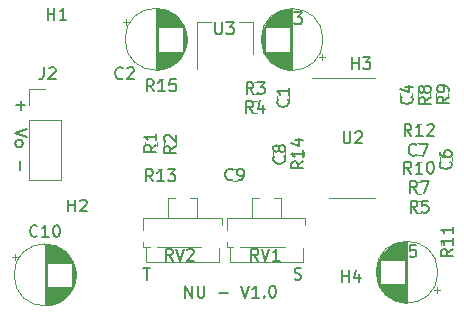
<source format=gto>
G04 #@! TF.GenerationSoftware,KiCad,Pcbnew,5.0.2-bee76a0~70~ubuntu18.04.1*
G04 #@! TF.CreationDate,2020-01-23T08:49:23+05:30*
G04 #@! TF.ProjectId,pir_v1_0,7069725f-7631-45f3-902e-6b696361645f,rev?*
G04 #@! TF.SameCoordinates,Original*
G04 #@! TF.FileFunction,Legend,Top*
G04 #@! TF.FilePolarity,Positive*
%FSLAX46Y46*%
G04 Gerber Fmt 4.6, Leading zero omitted, Abs format (unit mm)*
G04 Created by KiCad (PCBNEW 5.0.2-bee76a0~70~ubuntu18.04.1) date Thu Jan 23 08:49:23 2020*
%MOMM*%
%LPD*%
G01*
G04 APERTURE LIST*
%ADD10C,0.200000*%
%ADD11C,0.120000*%
%ADD12C,0.150000*%
G04 APERTURE END LIST*
D10*
X93264285Y-74679761D02*
X93407142Y-74727380D01*
X93645238Y-74727380D01*
X93740476Y-74679761D01*
X93788095Y-74632142D01*
X93835714Y-74536904D01*
X93835714Y-74441666D01*
X93788095Y-74346428D01*
X93740476Y-74298809D01*
X93645238Y-74251190D01*
X93454761Y-74203571D01*
X93359523Y-74155952D01*
X93311904Y-74108333D01*
X93264285Y-74013095D01*
X93264285Y-73917857D01*
X93311904Y-73822619D01*
X93359523Y-73775000D01*
X93454761Y-73727380D01*
X93692857Y-73727380D01*
X93835714Y-73775000D01*
X80464285Y-73727380D02*
X81035714Y-73727380D01*
X80750000Y-74727380D02*
X80750000Y-73727380D01*
X70597619Y-61989285D02*
X69597619Y-62322619D01*
X70597619Y-62655952D01*
X69597619Y-63132142D02*
X69645238Y-63036904D01*
X69692857Y-62989285D01*
X69788095Y-62941666D01*
X70073809Y-62941666D01*
X70169047Y-62989285D01*
X70216666Y-63036904D01*
X70264285Y-63132142D01*
X70264285Y-63275000D01*
X70216666Y-63370238D01*
X70169047Y-63417857D01*
X70073809Y-63465476D01*
X69788095Y-63465476D01*
X69692857Y-63417857D01*
X69645238Y-63370238D01*
X69597619Y-63275000D01*
X69597619Y-63132142D01*
X70053571Y-64644047D02*
X70053571Y-65405952D01*
X69694047Y-59946428D02*
X70455952Y-59946428D01*
X70075000Y-60327380D02*
X70075000Y-59565476D01*
X84015476Y-76252380D02*
X84015476Y-75252380D01*
X84586904Y-76252380D01*
X84586904Y-75252380D01*
X85063095Y-75252380D02*
X85063095Y-76061904D01*
X85110714Y-76157142D01*
X85158333Y-76204761D01*
X85253571Y-76252380D01*
X85444047Y-76252380D01*
X85539285Y-76204761D01*
X85586904Y-76157142D01*
X85634523Y-76061904D01*
X85634523Y-75252380D01*
X86872619Y-75871428D02*
X87634523Y-75871428D01*
X88729761Y-75252380D02*
X89063095Y-76252380D01*
X89396428Y-75252380D01*
X90253571Y-76252380D02*
X89682142Y-76252380D01*
X89967857Y-76252380D02*
X89967857Y-75252380D01*
X89872619Y-75395238D01*
X89777380Y-75490476D01*
X89682142Y-75538095D01*
X90682142Y-76157142D02*
X90729761Y-76204761D01*
X90682142Y-76252380D01*
X90634523Y-76204761D01*
X90682142Y-76157142D01*
X90682142Y-76252380D01*
X91348809Y-75252380D02*
X91444047Y-75252380D01*
X91539285Y-75300000D01*
X91586904Y-75347619D01*
X91634523Y-75442857D01*
X91682142Y-75633333D01*
X91682142Y-75871428D01*
X91634523Y-76061904D01*
X91586904Y-76157142D01*
X91539285Y-76204761D01*
X91444047Y-76252380D01*
X91348809Y-76252380D01*
X91253571Y-76204761D01*
X91205952Y-76157142D01*
X91158333Y-76061904D01*
X91110714Y-75871428D01*
X91110714Y-75633333D01*
X91158333Y-75442857D01*
X91205952Y-75347619D01*
X91253571Y-75300000D01*
X91348809Y-75252380D01*
D11*
G04 #@! TO.C,J2*
X70795000Y-58580000D02*
X72125000Y-58580000D01*
X70795000Y-59910000D02*
X70795000Y-58580000D01*
X70795000Y-61180000D02*
X73455000Y-61180000D01*
X73455000Y-61180000D02*
X73455000Y-66320000D01*
X70795000Y-61180000D02*
X70795000Y-66320000D01*
X70795000Y-66320000D02*
X73455000Y-66320000D01*
G04 #@! TO.C,C1*
X92810000Y-59512779D02*
X92810000Y-59187221D01*
X91790000Y-59512779D02*
X91790000Y-59187221D01*
G04 #@! TO.C,C2*
X84145000Y-54375000D02*
G75*
G03X84145000Y-54375000I-2620000J0D01*
G01*
X81525000Y-51795000D02*
X81525000Y-56955000D01*
X81565000Y-51795000D02*
X81565000Y-56955000D01*
X81605000Y-51796000D02*
X81605000Y-56954000D01*
X81645000Y-51797000D02*
X81645000Y-56953000D01*
X81685000Y-51799000D02*
X81685000Y-56951000D01*
X81725000Y-51802000D02*
X81725000Y-56948000D01*
X81765000Y-51806000D02*
X81765000Y-53335000D01*
X81765000Y-55415000D02*
X81765000Y-56944000D01*
X81805000Y-51810000D02*
X81805000Y-53335000D01*
X81805000Y-55415000D02*
X81805000Y-56940000D01*
X81845000Y-51814000D02*
X81845000Y-53335000D01*
X81845000Y-55415000D02*
X81845000Y-56936000D01*
X81885000Y-51819000D02*
X81885000Y-53335000D01*
X81885000Y-55415000D02*
X81885000Y-56931000D01*
X81925000Y-51825000D02*
X81925000Y-53335000D01*
X81925000Y-55415000D02*
X81925000Y-56925000D01*
X81965000Y-51832000D02*
X81965000Y-53335000D01*
X81965000Y-55415000D02*
X81965000Y-56918000D01*
X82005000Y-51839000D02*
X82005000Y-53335000D01*
X82005000Y-55415000D02*
X82005000Y-56911000D01*
X82045000Y-51847000D02*
X82045000Y-53335000D01*
X82045000Y-55415000D02*
X82045000Y-56903000D01*
X82085000Y-51855000D02*
X82085000Y-53335000D01*
X82085000Y-55415000D02*
X82085000Y-56895000D01*
X82125000Y-51864000D02*
X82125000Y-53335000D01*
X82125000Y-55415000D02*
X82125000Y-56886000D01*
X82165000Y-51874000D02*
X82165000Y-53335000D01*
X82165000Y-55415000D02*
X82165000Y-56876000D01*
X82205000Y-51884000D02*
X82205000Y-53335000D01*
X82205000Y-55415000D02*
X82205000Y-56866000D01*
X82246000Y-51895000D02*
X82246000Y-53335000D01*
X82246000Y-55415000D02*
X82246000Y-56855000D01*
X82286000Y-51907000D02*
X82286000Y-53335000D01*
X82286000Y-55415000D02*
X82286000Y-56843000D01*
X82326000Y-51920000D02*
X82326000Y-53335000D01*
X82326000Y-55415000D02*
X82326000Y-56830000D01*
X82366000Y-51933000D02*
X82366000Y-53335000D01*
X82366000Y-55415000D02*
X82366000Y-56817000D01*
X82406000Y-51947000D02*
X82406000Y-53335000D01*
X82406000Y-55415000D02*
X82406000Y-56803000D01*
X82446000Y-51961000D02*
X82446000Y-53335000D01*
X82446000Y-55415000D02*
X82446000Y-56789000D01*
X82486000Y-51977000D02*
X82486000Y-53335000D01*
X82486000Y-55415000D02*
X82486000Y-56773000D01*
X82526000Y-51993000D02*
X82526000Y-53335000D01*
X82526000Y-55415000D02*
X82526000Y-56757000D01*
X82566000Y-52010000D02*
X82566000Y-53335000D01*
X82566000Y-55415000D02*
X82566000Y-56740000D01*
X82606000Y-52027000D02*
X82606000Y-53335000D01*
X82606000Y-55415000D02*
X82606000Y-56723000D01*
X82646000Y-52046000D02*
X82646000Y-53335000D01*
X82646000Y-55415000D02*
X82646000Y-56704000D01*
X82686000Y-52065000D02*
X82686000Y-53335000D01*
X82686000Y-55415000D02*
X82686000Y-56685000D01*
X82726000Y-52085000D02*
X82726000Y-53335000D01*
X82726000Y-55415000D02*
X82726000Y-56665000D01*
X82766000Y-52107000D02*
X82766000Y-53335000D01*
X82766000Y-55415000D02*
X82766000Y-56643000D01*
X82806000Y-52128000D02*
X82806000Y-53335000D01*
X82806000Y-55415000D02*
X82806000Y-56622000D01*
X82846000Y-52151000D02*
X82846000Y-53335000D01*
X82846000Y-55415000D02*
X82846000Y-56599000D01*
X82886000Y-52175000D02*
X82886000Y-53335000D01*
X82886000Y-55415000D02*
X82886000Y-56575000D01*
X82926000Y-52200000D02*
X82926000Y-53335000D01*
X82926000Y-55415000D02*
X82926000Y-56550000D01*
X82966000Y-52226000D02*
X82966000Y-53335000D01*
X82966000Y-55415000D02*
X82966000Y-56524000D01*
X83006000Y-52253000D02*
X83006000Y-53335000D01*
X83006000Y-55415000D02*
X83006000Y-56497000D01*
X83046000Y-52280000D02*
X83046000Y-53335000D01*
X83046000Y-55415000D02*
X83046000Y-56470000D01*
X83086000Y-52310000D02*
X83086000Y-53335000D01*
X83086000Y-55415000D02*
X83086000Y-56440000D01*
X83126000Y-52340000D02*
X83126000Y-53335000D01*
X83126000Y-55415000D02*
X83126000Y-56410000D01*
X83166000Y-52371000D02*
X83166000Y-53335000D01*
X83166000Y-55415000D02*
X83166000Y-56379000D01*
X83206000Y-52404000D02*
X83206000Y-53335000D01*
X83206000Y-55415000D02*
X83206000Y-56346000D01*
X83246000Y-52438000D02*
X83246000Y-53335000D01*
X83246000Y-55415000D02*
X83246000Y-56312000D01*
X83286000Y-52474000D02*
X83286000Y-53335000D01*
X83286000Y-55415000D02*
X83286000Y-56276000D01*
X83326000Y-52511000D02*
X83326000Y-53335000D01*
X83326000Y-55415000D02*
X83326000Y-56239000D01*
X83366000Y-52549000D02*
X83366000Y-53335000D01*
X83366000Y-55415000D02*
X83366000Y-56201000D01*
X83406000Y-52590000D02*
X83406000Y-53335000D01*
X83406000Y-55415000D02*
X83406000Y-56160000D01*
X83446000Y-52632000D02*
X83446000Y-53335000D01*
X83446000Y-55415000D02*
X83446000Y-56118000D01*
X83486000Y-52676000D02*
X83486000Y-53335000D01*
X83486000Y-55415000D02*
X83486000Y-56074000D01*
X83526000Y-52722000D02*
X83526000Y-53335000D01*
X83526000Y-55415000D02*
X83526000Y-56028000D01*
X83566000Y-52770000D02*
X83566000Y-53335000D01*
X83566000Y-55415000D02*
X83566000Y-55980000D01*
X83606000Y-52821000D02*
X83606000Y-53335000D01*
X83606000Y-55415000D02*
X83606000Y-55929000D01*
X83646000Y-52875000D02*
X83646000Y-53335000D01*
X83646000Y-55415000D02*
X83646000Y-55875000D01*
X83686000Y-52932000D02*
X83686000Y-53335000D01*
X83686000Y-55415000D02*
X83686000Y-55818000D01*
X83726000Y-52992000D02*
X83726000Y-53335000D01*
X83726000Y-55415000D02*
X83726000Y-55758000D01*
X83766000Y-53056000D02*
X83766000Y-53335000D01*
X83766000Y-55415000D02*
X83766000Y-55694000D01*
X83806000Y-53124000D02*
X83806000Y-53335000D01*
X83806000Y-55415000D02*
X83806000Y-55626000D01*
X83846000Y-53197000D02*
X83846000Y-55553000D01*
X83886000Y-53277000D02*
X83886000Y-55473000D01*
X83926000Y-53364000D02*
X83926000Y-55386000D01*
X83966000Y-53460000D02*
X83966000Y-55290000D01*
X84006000Y-53570000D02*
X84006000Y-55180000D01*
X84046000Y-53698000D02*
X84046000Y-55052000D01*
X84086000Y-53857000D02*
X84086000Y-54893000D01*
X84126000Y-54091000D02*
X84126000Y-54659000D01*
X78720225Y-52900000D02*
X79220225Y-52900000D01*
X78970225Y-52650000D02*
X78970225Y-53150000D01*
G04 #@! TO.C,C3*
X95604775Y-56125000D02*
X95604775Y-55625000D01*
X95854775Y-55875000D02*
X95354775Y-55875000D01*
X90449000Y-54684000D02*
X90449000Y-54116000D01*
X90489000Y-54918000D02*
X90489000Y-53882000D01*
X90529000Y-55077000D02*
X90529000Y-53723000D01*
X90569000Y-55205000D02*
X90569000Y-53595000D01*
X90609000Y-55315000D02*
X90609000Y-53485000D01*
X90649000Y-55411000D02*
X90649000Y-53389000D01*
X90689000Y-55498000D02*
X90689000Y-53302000D01*
X90729000Y-55578000D02*
X90729000Y-53222000D01*
X90769000Y-53360000D02*
X90769000Y-53149000D01*
X90769000Y-55651000D02*
X90769000Y-55440000D01*
X90809000Y-53360000D02*
X90809000Y-53081000D01*
X90809000Y-55719000D02*
X90809000Y-55440000D01*
X90849000Y-53360000D02*
X90849000Y-53017000D01*
X90849000Y-55783000D02*
X90849000Y-55440000D01*
X90889000Y-53360000D02*
X90889000Y-52957000D01*
X90889000Y-55843000D02*
X90889000Y-55440000D01*
X90929000Y-53360000D02*
X90929000Y-52900000D01*
X90929000Y-55900000D02*
X90929000Y-55440000D01*
X90969000Y-53360000D02*
X90969000Y-52846000D01*
X90969000Y-55954000D02*
X90969000Y-55440000D01*
X91009000Y-53360000D02*
X91009000Y-52795000D01*
X91009000Y-56005000D02*
X91009000Y-55440000D01*
X91049000Y-53360000D02*
X91049000Y-52747000D01*
X91049000Y-56053000D02*
X91049000Y-55440000D01*
X91089000Y-53360000D02*
X91089000Y-52701000D01*
X91089000Y-56099000D02*
X91089000Y-55440000D01*
X91129000Y-53360000D02*
X91129000Y-52657000D01*
X91129000Y-56143000D02*
X91129000Y-55440000D01*
X91169000Y-53360000D02*
X91169000Y-52615000D01*
X91169000Y-56185000D02*
X91169000Y-55440000D01*
X91209000Y-53360000D02*
X91209000Y-52574000D01*
X91209000Y-56226000D02*
X91209000Y-55440000D01*
X91249000Y-53360000D02*
X91249000Y-52536000D01*
X91249000Y-56264000D02*
X91249000Y-55440000D01*
X91289000Y-53360000D02*
X91289000Y-52499000D01*
X91289000Y-56301000D02*
X91289000Y-55440000D01*
X91329000Y-53360000D02*
X91329000Y-52463000D01*
X91329000Y-56337000D02*
X91329000Y-55440000D01*
X91369000Y-53360000D02*
X91369000Y-52429000D01*
X91369000Y-56371000D02*
X91369000Y-55440000D01*
X91409000Y-53360000D02*
X91409000Y-52396000D01*
X91409000Y-56404000D02*
X91409000Y-55440000D01*
X91449000Y-53360000D02*
X91449000Y-52365000D01*
X91449000Y-56435000D02*
X91449000Y-55440000D01*
X91489000Y-53360000D02*
X91489000Y-52335000D01*
X91489000Y-56465000D02*
X91489000Y-55440000D01*
X91529000Y-53360000D02*
X91529000Y-52305000D01*
X91529000Y-56495000D02*
X91529000Y-55440000D01*
X91569000Y-53360000D02*
X91569000Y-52278000D01*
X91569000Y-56522000D02*
X91569000Y-55440000D01*
X91609000Y-53360000D02*
X91609000Y-52251000D01*
X91609000Y-56549000D02*
X91609000Y-55440000D01*
X91649000Y-53360000D02*
X91649000Y-52225000D01*
X91649000Y-56575000D02*
X91649000Y-55440000D01*
X91689000Y-53360000D02*
X91689000Y-52200000D01*
X91689000Y-56600000D02*
X91689000Y-55440000D01*
X91729000Y-53360000D02*
X91729000Y-52176000D01*
X91729000Y-56624000D02*
X91729000Y-55440000D01*
X91769000Y-53360000D02*
X91769000Y-52153000D01*
X91769000Y-56647000D02*
X91769000Y-55440000D01*
X91809000Y-53360000D02*
X91809000Y-52132000D01*
X91809000Y-56668000D02*
X91809000Y-55440000D01*
X91849000Y-53360000D02*
X91849000Y-52110000D01*
X91849000Y-56690000D02*
X91849000Y-55440000D01*
X91889000Y-53360000D02*
X91889000Y-52090000D01*
X91889000Y-56710000D02*
X91889000Y-55440000D01*
X91929000Y-53360000D02*
X91929000Y-52071000D01*
X91929000Y-56729000D02*
X91929000Y-55440000D01*
X91969000Y-53360000D02*
X91969000Y-52052000D01*
X91969000Y-56748000D02*
X91969000Y-55440000D01*
X92009000Y-53360000D02*
X92009000Y-52035000D01*
X92009000Y-56765000D02*
X92009000Y-55440000D01*
X92049000Y-53360000D02*
X92049000Y-52018000D01*
X92049000Y-56782000D02*
X92049000Y-55440000D01*
X92089000Y-53360000D02*
X92089000Y-52002000D01*
X92089000Y-56798000D02*
X92089000Y-55440000D01*
X92129000Y-53360000D02*
X92129000Y-51986000D01*
X92129000Y-56814000D02*
X92129000Y-55440000D01*
X92169000Y-53360000D02*
X92169000Y-51972000D01*
X92169000Y-56828000D02*
X92169000Y-55440000D01*
X92209000Y-53360000D02*
X92209000Y-51958000D01*
X92209000Y-56842000D02*
X92209000Y-55440000D01*
X92249000Y-53360000D02*
X92249000Y-51945000D01*
X92249000Y-56855000D02*
X92249000Y-55440000D01*
X92289000Y-53360000D02*
X92289000Y-51932000D01*
X92289000Y-56868000D02*
X92289000Y-55440000D01*
X92329000Y-53360000D02*
X92329000Y-51920000D01*
X92329000Y-56880000D02*
X92329000Y-55440000D01*
X92370000Y-53360000D02*
X92370000Y-51909000D01*
X92370000Y-56891000D02*
X92370000Y-55440000D01*
X92410000Y-53360000D02*
X92410000Y-51899000D01*
X92410000Y-56901000D02*
X92410000Y-55440000D01*
X92450000Y-53360000D02*
X92450000Y-51889000D01*
X92450000Y-56911000D02*
X92450000Y-55440000D01*
X92490000Y-53360000D02*
X92490000Y-51880000D01*
X92490000Y-56920000D02*
X92490000Y-55440000D01*
X92530000Y-53360000D02*
X92530000Y-51872000D01*
X92530000Y-56928000D02*
X92530000Y-55440000D01*
X92570000Y-53360000D02*
X92570000Y-51864000D01*
X92570000Y-56936000D02*
X92570000Y-55440000D01*
X92610000Y-53360000D02*
X92610000Y-51857000D01*
X92610000Y-56943000D02*
X92610000Y-55440000D01*
X92650000Y-53360000D02*
X92650000Y-51850000D01*
X92650000Y-56950000D02*
X92650000Y-55440000D01*
X92690000Y-53360000D02*
X92690000Y-51844000D01*
X92690000Y-56956000D02*
X92690000Y-55440000D01*
X92730000Y-53360000D02*
X92730000Y-51839000D01*
X92730000Y-56961000D02*
X92730000Y-55440000D01*
X92770000Y-53360000D02*
X92770000Y-51835000D01*
X92770000Y-56965000D02*
X92770000Y-55440000D01*
X92810000Y-53360000D02*
X92810000Y-51831000D01*
X92810000Y-56969000D02*
X92810000Y-55440000D01*
X92850000Y-56973000D02*
X92850000Y-51827000D01*
X92890000Y-56976000D02*
X92890000Y-51824000D01*
X92930000Y-56978000D02*
X92930000Y-51822000D01*
X92970000Y-56979000D02*
X92970000Y-51821000D01*
X93010000Y-56980000D02*
X93010000Y-51820000D01*
X93050000Y-56980000D02*
X93050000Y-51820000D01*
X95670000Y-54400000D02*
G75*
G03X95670000Y-54400000I-2620000J0D01*
G01*
G04 #@! TO.C,C4*
X102190000Y-58949721D02*
X102190000Y-59275279D01*
X103210000Y-58949721D02*
X103210000Y-59275279D01*
G04 #@! TO.C,C5*
X105395000Y-74100000D02*
G75*
G03X105395000Y-74100000I-2620000J0D01*
G01*
X102775000Y-76680000D02*
X102775000Y-71520000D01*
X102735000Y-76680000D02*
X102735000Y-71520000D01*
X102695000Y-76679000D02*
X102695000Y-71521000D01*
X102655000Y-76678000D02*
X102655000Y-71522000D01*
X102615000Y-76676000D02*
X102615000Y-71524000D01*
X102575000Y-76673000D02*
X102575000Y-71527000D01*
X102535000Y-76669000D02*
X102535000Y-75140000D01*
X102535000Y-73060000D02*
X102535000Y-71531000D01*
X102495000Y-76665000D02*
X102495000Y-75140000D01*
X102495000Y-73060000D02*
X102495000Y-71535000D01*
X102455000Y-76661000D02*
X102455000Y-75140000D01*
X102455000Y-73060000D02*
X102455000Y-71539000D01*
X102415000Y-76656000D02*
X102415000Y-75140000D01*
X102415000Y-73060000D02*
X102415000Y-71544000D01*
X102375000Y-76650000D02*
X102375000Y-75140000D01*
X102375000Y-73060000D02*
X102375000Y-71550000D01*
X102335000Y-76643000D02*
X102335000Y-75140000D01*
X102335000Y-73060000D02*
X102335000Y-71557000D01*
X102295000Y-76636000D02*
X102295000Y-75140000D01*
X102295000Y-73060000D02*
X102295000Y-71564000D01*
X102255000Y-76628000D02*
X102255000Y-75140000D01*
X102255000Y-73060000D02*
X102255000Y-71572000D01*
X102215000Y-76620000D02*
X102215000Y-75140000D01*
X102215000Y-73060000D02*
X102215000Y-71580000D01*
X102175000Y-76611000D02*
X102175000Y-75140000D01*
X102175000Y-73060000D02*
X102175000Y-71589000D01*
X102135000Y-76601000D02*
X102135000Y-75140000D01*
X102135000Y-73060000D02*
X102135000Y-71599000D01*
X102095000Y-76591000D02*
X102095000Y-75140000D01*
X102095000Y-73060000D02*
X102095000Y-71609000D01*
X102054000Y-76580000D02*
X102054000Y-75140000D01*
X102054000Y-73060000D02*
X102054000Y-71620000D01*
X102014000Y-76568000D02*
X102014000Y-75140000D01*
X102014000Y-73060000D02*
X102014000Y-71632000D01*
X101974000Y-76555000D02*
X101974000Y-75140000D01*
X101974000Y-73060000D02*
X101974000Y-71645000D01*
X101934000Y-76542000D02*
X101934000Y-75140000D01*
X101934000Y-73060000D02*
X101934000Y-71658000D01*
X101894000Y-76528000D02*
X101894000Y-75140000D01*
X101894000Y-73060000D02*
X101894000Y-71672000D01*
X101854000Y-76514000D02*
X101854000Y-75140000D01*
X101854000Y-73060000D02*
X101854000Y-71686000D01*
X101814000Y-76498000D02*
X101814000Y-75140000D01*
X101814000Y-73060000D02*
X101814000Y-71702000D01*
X101774000Y-76482000D02*
X101774000Y-75140000D01*
X101774000Y-73060000D02*
X101774000Y-71718000D01*
X101734000Y-76465000D02*
X101734000Y-75140000D01*
X101734000Y-73060000D02*
X101734000Y-71735000D01*
X101694000Y-76448000D02*
X101694000Y-75140000D01*
X101694000Y-73060000D02*
X101694000Y-71752000D01*
X101654000Y-76429000D02*
X101654000Y-75140000D01*
X101654000Y-73060000D02*
X101654000Y-71771000D01*
X101614000Y-76410000D02*
X101614000Y-75140000D01*
X101614000Y-73060000D02*
X101614000Y-71790000D01*
X101574000Y-76390000D02*
X101574000Y-75140000D01*
X101574000Y-73060000D02*
X101574000Y-71810000D01*
X101534000Y-76368000D02*
X101534000Y-75140000D01*
X101534000Y-73060000D02*
X101534000Y-71832000D01*
X101494000Y-76347000D02*
X101494000Y-75140000D01*
X101494000Y-73060000D02*
X101494000Y-71853000D01*
X101454000Y-76324000D02*
X101454000Y-75140000D01*
X101454000Y-73060000D02*
X101454000Y-71876000D01*
X101414000Y-76300000D02*
X101414000Y-75140000D01*
X101414000Y-73060000D02*
X101414000Y-71900000D01*
X101374000Y-76275000D02*
X101374000Y-75140000D01*
X101374000Y-73060000D02*
X101374000Y-71925000D01*
X101334000Y-76249000D02*
X101334000Y-75140000D01*
X101334000Y-73060000D02*
X101334000Y-71951000D01*
X101294000Y-76222000D02*
X101294000Y-75140000D01*
X101294000Y-73060000D02*
X101294000Y-71978000D01*
X101254000Y-76195000D02*
X101254000Y-75140000D01*
X101254000Y-73060000D02*
X101254000Y-72005000D01*
X101214000Y-76165000D02*
X101214000Y-75140000D01*
X101214000Y-73060000D02*
X101214000Y-72035000D01*
X101174000Y-76135000D02*
X101174000Y-75140000D01*
X101174000Y-73060000D02*
X101174000Y-72065000D01*
X101134000Y-76104000D02*
X101134000Y-75140000D01*
X101134000Y-73060000D02*
X101134000Y-72096000D01*
X101094000Y-76071000D02*
X101094000Y-75140000D01*
X101094000Y-73060000D02*
X101094000Y-72129000D01*
X101054000Y-76037000D02*
X101054000Y-75140000D01*
X101054000Y-73060000D02*
X101054000Y-72163000D01*
X101014000Y-76001000D02*
X101014000Y-75140000D01*
X101014000Y-73060000D02*
X101014000Y-72199000D01*
X100974000Y-75964000D02*
X100974000Y-75140000D01*
X100974000Y-73060000D02*
X100974000Y-72236000D01*
X100934000Y-75926000D02*
X100934000Y-75140000D01*
X100934000Y-73060000D02*
X100934000Y-72274000D01*
X100894000Y-75885000D02*
X100894000Y-75140000D01*
X100894000Y-73060000D02*
X100894000Y-72315000D01*
X100854000Y-75843000D02*
X100854000Y-75140000D01*
X100854000Y-73060000D02*
X100854000Y-72357000D01*
X100814000Y-75799000D02*
X100814000Y-75140000D01*
X100814000Y-73060000D02*
X100814000Y-72401000D01*
X100774000Y-75753000D02*
X100774000Y-75140000D01*
X100774000Y-73060000D02*
X100774000Y-72447000D01*
X100734000Y-75705000D02*
X100734000Y-75140000D01*
X100734000Y-73060000D02*
X100734000Y-72495000D01*
X100694000Y-75654000D02*
X100694000Y-75140000D01*
X100694000Y-73060000D02*
X100694000Y-72546000D01*
X100654000Y-75600000D02*
X100654000Y-75140000D01*
X100654000Y-73060000D02*
X100654000Y-72600000D01*
X100614000Y-75543000D02*
X100614000Y-75140000D01*
X100614000Y-73060000D02*
X100614000Y-72657000D01*
X100574000Y-75483000D02*
X100574000Y-75140000D01*
X100574000Y-73060000D02*
X100574000Y-72717000D01*
X100534000Y-75419000D02*
X100534000Y-75140000D01*
X100534000Y-73060000D02*
X100534000Y-72781000D01*
X100494000Y-75351000D02*
X100494000Y-75140000D01*
X100494000Y-73060000D02*
X100494000Y-72849000D01*
X100454000Y-75278000D02*
X100454000Y-72922000D01*
X100414000Y-75198000D02*
X100414000Y-73002000D01*
X100374000Y-75111000D02*
X100374000Y-73089000D01*
X100334000Y-75015000D02*
X100334000Y-73185000D01*
X100294000Y-74905000D02*
X100294000Y-73295000D01*
X100254000Y-74777000D02*
X100254000Y-73423000D01*
X100214000Y-74618000D02*
X100214000Y-73582000D01*
X100174000Y-74384000D02*
X100174000Y-73816000D01*
X105579775Y-75575000D02*
X105079775Y-75575000D01*
X105329775Y-75825000D02*
X105329775Y-75325000D01*
G04 #@! TO.C,C6*
X106585000Y-64362221D02*
X106585000Y-64687779D01*
X105565000Y-64362221D02*
X105565000Y-64687779D01*
G04 #@! TO.C,C7*
X103624721Y-63165000D02*
X103950279Y-63165000D01*
X103624721Y-64185000D02*
X103950279Y-64185000D01*
G04 #@! TO.C,C8*
X91465000Y-64275279D02*
X91465000Y-63949721D01*
X92485000Y-64275279D02*
X92485000Y-63949721D01*
G04 #@! TO.C,C9*
X88350279Y-65340000D02*
X88024721Y-65340000D01*
X88350279Y-66360000D02*
X88024721Y-66360000D01*
G04 #@! TO.C,C10*
X69570225Y-72600000D02*
X69570225Y-73100000D01*
X69320225Y-72850000D02*
X69820225Y-72850000D01*
X74726000Y-74041000D02*
X74726000Y-74609000D01*
X74686000Y-73807000D02*
X74686000Y-74843000D01*
X74646000Y-73648000D02*
X74646000Y-75002000D01*
X74606000Y-73520000D02*
X74606000Y-75130000D01*
X74566000Y-73410000D02*
X74566000Y-75240000D01*
X74526000Y-73314000D02*
X74526000Y-75336000D01*
X74486000Y-73227000D02*
X74486000Y-75423000D01*
X74446000Y-73147000D02*
X74446000Y-75503000D01*
X74406000Y-75365000D02*
X74406000Y-75576000D01*
X74406000Y-73074000D02*
X74406000Y-73285000D01*
X74366000Y-75365000D02*
X74366000Y-75644000D01*
X74366000Y-73006000D02*
X74366000Y-73285000D01*
X74326000Y-75365000D02*
X74326000Y-75708000D01*
X74326000Y-72942000D02*
X74326000Y-73285000D01*
X74286000Y-75365000D02*
X74286000Y-75768000D01*
X74286000Y-72882000D02*
X74286000Y-73285000D01*
X74246000Y-75365000D02*
X74246000Y-75825000D01*
X74246000Y-72825000D02*
X74246000Y-73285000D01*
X74206000Y-75365000D02*
X74206000Y-75879000D01*
X74206000Y-72771000D02*
X74206000Y-73285000D01*
X74166000Y-75365000D02*
X74166000Y-75930000D01*
X74166000Y-72720000D02*
X74166000Y-73285000D01*
X74126000Y-75365000D02*
X74126000Y-75978000D01*
X74126000Y-72672000D02*
X74126000Y-73285000D01*
X74086000Y-75365000D02*
X74086000Y-76024000D01*
X74086000Y-72626000D02*
X74086000Y-73285000D01*
X74046000Y-75365000D02*
X74046000Y-76068000D01*
X74046000Y-72582000D02*
X74046000Y-73285000D01*
X74006000Y-75365000D02*
X74006000Y-76110000D01*
X74006000Y-72540000D02*
X74006000Y-73285000D01*
X73966000Y-75365000D02*
X73966000Y-76151000D01*
X73966000Y-72499000D02*
X73966000Y-73285000D01*
X73926000Y-75365000D02*
X73926000Y-76189000D01*
X73926000Y-72461000D02*
X73926000Y-73285000D01*
X73886000Y-75365000D02*
X73886000Y-76226000D01*
X73886000Y-72424000D02*
X73886000Y-73285000D01*
X73846000Y-75365000D02*
X73846000Y-76262000D01*
X73846000Y-72388000D02*
X73846000Y-73285000D01*
X73806000Y-75365000D02*
X73806000Y-76296000D01*
X73806000Y-72354000D02*
X73806000Y-73285000D01*
X73766000Y-75365000D02*
X73766000Y-76329000D01*
X73766000Y-72321000D02*
X73766000Y-73285000D01*
X73726000Y-75365000D02*
X73726000Y-76360000D01*
X73726000Y-72290000D02*
X73726000Y-73285000D01*
X73686000Y-75365000D02*
X73686000Y-76390000D01*
X73686000Y-72260000D02*
X73686000Y-73285000D01*
X73646000Y-75365000D02*
X73646000Y-76420000D01*
X73646000Y-72230000D02*
X73646000Y-73285000D01*
X73606000Y-75365000D02*
X73606000Y-76447000D01*
X73606000Y-72203000D02*
X73606000Y-73285000D01*
X73566000Y-75365000D02*
X73566000Y-76474000D01*
X73566000Y-72176000D02*
X73566000Y-73285000D01*
X73526000Y-75365000D02*
X73526000Y-76500000D01*
X73526000Y-72150000D02*
X73526000Y-73285000D01*
X73486000Y-75365000D02*
X73486000Y-76525000D01*
X73486000Y-72125000D02*
X73486000Y-73285000D01*
X73446000Y-75365000D02*
X73446000Y-76549000D01*
X73446000Y-72101000D02*
X73446000Y-73285000D01*
X73406000Y-75365000D02*
X73406000Y-76572000D01*
X73406000Y-72078000D02*
X73406000Y-73285000D01*
X73366000Y-75365000D02*
X73366000Y-76593000D01*
X73366000Y-72057000D02*
X73366000Y-73285000D01*
X73326000Y-75365000D02*
X73326000Y-76615000D01*
X73326000Y-72035000D02*
X73326000Y-73285000D01*
X73286000Y-75365000D02*
X73286000Y-76635000D01*
X73286000Y-72015000D02*
X73286000Y-73285000D01*
X73246000Y-75365000D02*
X73246000Y-76654000D01*
X73246000Y-71996000D02*
X73246000Y-73285000D01*
X73206000Y-75365000D02*
X73206000Y-76673000D01*
X73206000Y-71977000D02*
X73206000Y-73285000D01*
X73166000Y-75365000D02*
X73166000Y-76690000D01*
X73166000Y-71960000D02*
X73166000Y-73285000D01*
X73126000Y-75365000D02*
X73126000Y-76707000D01*
X73126000Y-71943000D02*
X73126000Y-73285000D01*
X73086000Y-75365000D02*
X73086000Y-76723000D01*
X73086000Y-71927000D02*
X73086000Y-73285000D01*
X73046000Y-75365000D02*
X73046000Y-76739000D01*
X73046000Y-71911000D02*
X73046000Y-73285000D01*
X73006000Y-75365000D02*
X73006000Y-76753000D01*
X73006000Y-71897000D02*
X73006000Y-73285000D01*
X72966000Y-75365000D02*
X72966000Y-76767000D01*
X72966000Y-71883000D02*
X72966000Y-73285000D01*
X72926000Y-75365000D02*
X72926000Y-76780000D01*
X72926000Y-71870000D02*
X72926000Y-73285000D01*
X72886000Y-75365000D02*
X72886000Y-76793000D01*
X72886000Y-71857000D02*
X72886000Y-73285000D01*
X72846000Y-75365000D02*
X72846000Y-76805000D01*
X72846000Y-71845000D02*
X72846000Y-73285000D01*
X72805000Y-75365000D02*
X72805000Y-76816000D01*
X72805000Y-71834000D02*
X72805000Y-73285000D01*
X72765000Y-75365000D02*
X72765000Y-76826000D01*
X72765000Y-71824000D02*
X72765000Y-73285000D01*
X72725000Y-75365000D02*
X72725000Y-76836000D01*
X72725000Y-71814000D02*
X72725000Y-73285000D01*
X72685000Y-75365000D02*
X72685000Y-76845000D01*
X72685000Y-71805000D02*
X72685000Y-73285000D01*
X72645000Y-75365000D02*
X72645000Y-76853000D01*
X72645000Y-71797000D02*
X72645000Y-73285000D01*
X72605000Y-75365000D02*
X72605000Y-76861000D01*
X72605000Y-71789000D02*
X72605000Y-73285000D01*
X72565000Y-75365000D02*
X72565000Y-76868000D01*
X72565000Y-71782000D02*
X72565000Y-73285000D01*
X72525000Y-75365000D02*
X72525000Y-76875000D01*
X72525000Y-71775000D02*
X72525000Y-73285000D01*
X72485000Y-75365000D02*
X72485000Y-76881000D01*
X72485000Y-71769000D02*
X72485000Y-73285000D01*
X72445000Y-75365000D02*
X72445000Y-76886000D01*
X72445000Y-71764000D02*
X72445000Y-73285000D01*
X72405000Y-75365000D02*
X72405000Y-76890000D01*
X72405000Y-71760000D02*
X72405000Y-73285000D01*
X72365000Y-75365000D02*
X72365000Y-76894000D01*
X72365000Y-71756000D02*
X72365000Y-73285000D01*
X72325000Y-71752000D02*
X72325000Y-76898000D01*
X72285000Y-71749000D02*
X72285000Y-76901000D01*
X72245000Y-71747000D02*
X72245000Y-76903000D01*
X72205000Y-71746000D02*
X72205000Y-76904000D01*
X72165000Y-71745000D02*
X72165000Y-76905000D01*
X72125000Y-71745000D02*
X72125000Y-76905000D01*
X74745000Y-74325000D02*
G75*
G03X74745000Y-74325000I-2620000J0D01*
G01*
G04 #@! TO.C,R1*
X81585000Y-63099721D02*
X81585000Y-63425279D01*
X80565000Y-63099721D02*
X80565000Y-63425279D01*
G04 #@! TO.C,R2*
X82215000Y-63425279D02*
X82215000Y-63099721D01*
X83235000Y-63425279D02*
X83235000Y-63099721D01*
G04 #@! TO.C,R3*
X90112779Y-59010000D02*
X89787221Y-59010000D01*
X90112779Y-57990000D02*
X89787221Y-57990000D01*
G04 #@! TO.C,R4*
X90087779Y-59590000D02*
X89762221Y-59590000D01*
X90087779Y-60610000D02*
X89762221Y-60610000D01*
G04 #@! TO.C,R7*
X103649721Y-67460000D02*
X103975279Y-67460000D01*
X103649721Y-66440000D02*
X103975279Y-66440000D01*
G04 #@! TO.C,R8*
X106260000Y-59275279D02*
X106260000Y-58949721D01*
X105240000Y-59275279D02*
X105240000Y-58949721D01*
G04 #@! TO.C,R9*
X104735000Y-58949721D02*
X104735000Y-59275279D01*
X103715000Y-58949721D02*
X103715000Y-59275279D01*
G04 #@! TO.C,R10*
X103950279Y-64765000D02*
X103624721Y-64765000D01*
X103950279Y-65785000D02*
X103624721Y-65785000D01*
G04 #@! TO.C,R11*
X106660000Y-71762779D02*
X106660000Y-71437221D01*
X105640000Y-71762779D02*
X105640000Y-71437221D01*
G04 #@! TO.C,R12*
X103624721Y-62610000D02*
X103950279Y-62610000D01*
X103624721Y-61590000D02*
X103950279Y-61590000D01*
G04 #@! TO.C,R13*
X81699721Y-66410000D02*
X82025279Y-66410000D01*
X81699721Y-65390000D02*
X82025279Y-65390000D01*
G04 #@! TO.C,R14*
X93015000Y-63949721D02*
X93015000Y-64275279D01*
X94035000Y-63949721D02*
X94035000Y-64275279D01*
G04 #@! TO.C,R15*
X81799721Y-58785000D02*
X82125279Y-58785000D01*
X81799721Y-57765000D02*
X82125279Y-57765000D01*
G04 #@! TO.C,U2*
X98150000Y-67785000D02*
X100100000Y-67785000D01*
X98150000Y-67785000D02*
X96200000Y-67785000D01*
X98150000Y-57665000D02*
X100100000Y-57665000D01*
X98150000Y-57665000D02*
X94700000Y-57665000D01*
G04 #@! TO.C,U3*
X88575000Y-52928500D02*
X89775000Y-52928500D01*
X89775000Y-52928500D02*
X89775000Y-55628500D01*
X84975000Y-56928500D02*
X84975000Y-52928500D01*
X84975000Y-52928500D02*
X86175000Y-52928500D01*
G04 #@! TO.C,R5*
X103962779Y-69060000D02*
X103637221Y-69060000D01*
X103962779Y-68040000D02*
X103637221Y-68040000D01*
G04 #@! TO.C,RV1*
X90235000Y-67840000D02*
X89665000Y-67840000D01*
X92085000Y-67840000D02*
X91515000Y-67840000D01*
X89665000Y-69540000D02*
X89665000Y-67840000D01*
X92085000Y-69540000D02*
X92085000Y-67840000D01*
X87565000Y-71960000D02*
X87565000Y-71570000D01*
X88085000Y-71960000D02*
X87565000Y-71960000D01*
X87565000Y-69540000D02*
X87565000Y-70530000D01*
X94185000Y-69540000D02*
X87565000Y-69540000D01*
X94185000Y-70090000D02*
X94185000Y-69540000D01*
X92475000Y-71960000D02*
X88675000Y-71960000D01*
X87765000Y-73260000D02*
X87765000Y-71960000D01*
X93985000Y-73260000D02*
X87765000Y-73260000D01*
X93985000Y-72010000D02*
X93985000Y-73250000D01*
G04 #@! TO.C,RV2*
X86885000Y-72010000D02*
X86885000Y-73250000D01*
X86885000Y-73260000D02*
X80665000Y-73260000D01*
X80665000Y-73260000D02*
X80665000Y-71960000D01*
X85375000Y-71960000D02*
X81575000Y-71960000D01*
X87085000Y-70090000D02*
X87085000Y-69540000D01*
X87085000Y-69540000D02*
X80465000Y-69540000D01*
X80465000Y-69540000D02*
X80465000Y-70530000D01*
X80985000Y-71960000D02*
X80465000Y-71960000D01*
X80465000Y-71960000D02*
X80465000Y-71570000D01*
X84985000Y-69540000D02*
X84985000Y-67840000D01*
X82565000Y-69540000D02*
X82565000Y-67840000D01*
X84985000Y-67840000D02*
X84415000Y-67840000D01*
X83135000Y-67840000D02*
X82565000Y-67840000D01*
G04 #@! TO.C,J2*
D12*
X72041666Y-56752380D02*
X72041666Y-57466666D01*
X71994047Y-57609523D01*
X71898809Y-57704761D01*
X71755952Y-57752380D01*
X71660714Y-57752380D01*
X72470238Y-56847619D02*
X72517857Y-56800000D01*
X72613095Y-56752380D01*
X72851190Y-56752380D01*
X72946428Y-56800000D01*
X72994047Y-56847619D01*
X73041666Y-56942857D01*
X73041666Y-57038095D01*
X72994047Y-57180952D01*
X72422619Y-57752380D01*
X73041666Y-57752380D01*
G04 #@! TO.C,C1*
X92682142Y-59466666D02*
X92729761Y-59514285D01*
X92777380Y-59657142D01*
X92777380Y-59752380D01*
X92729761Y-59895238D01*
X92634523Y-59990476D01*
X92539285Y-60038095D01*
X92348809Y-60085714D01*
X92205952Y-60085714D01*
X92015476Y-60038095D01*
X91920238Y-59990476D01*
X91825000Y-59895238D01*
X91777380Y-59752380D01*
X91777380Y-59657142D01*
X91825000Y-59514285D01*
X91872619Y-59466666D01*
X92777380Y-58514285D02*
X92777380Y-59085714D01*
X92777380Y-58800000D02*
X91777380Y-58800000D01*
X91920238Y-58895238D01*
X92015476Y-58990476D01*
X92063095Y-59085714D01*
G04 #@! TO.C,C2*
X78708333Y-57657142D02*
X78660714Y-57704761D01*
X78517857Y-57752380D01*
X78422619Y-57752380D01*
X78279761Y-57704761D01*
X78184523Y-57609523D01*
X78136904Y-57514285D01*
X78089285Y-57323809D01*
X78089285Y-57180952D01*
X78136904Y-56990476D01*
X78184523Y-56895238D01*
X78279761Y-56800000D01*
X78422619Y-56752380D01*
X78517857Y-56752380D01*
X78660714Y-56800000D01*
X78708333Y-56847619D01*
X79089285Y-56847619D02*
X79136904Y-56800000D01*
X79232142Y-56752380D01*
X79470238Y-56752380D01*
X79565476Y-56800000D01*
X79613095Y-56847619D01*
X79660714Y-56942857D01*
X79660714Y-57038095D01*
X79613095Y-57180952D01*
X79041666Y-57752380D01*
X79660714Y-57752380D01*
G04 #@! TO.C,C3*
X92908333Y-53007142D02*
X92860714Y-53054761D01*
X92717857Y-53102380D01*
X92622619Y-53102380D01*
X92479761Y-53054761D01*
X92384523Y-52959523D01*
X92336904Y-52864285D01*
X92289285Y-52673809D01*
X92289285Y-52530952D01*
X92336904Y-52340476D01*
X92384523Y-52245238D01*
X92479761Y-52150000D01*
X92622619Y-52102380D01*
X92717857Y-52102380D01*
X92860714Y-52150000D01*
X92908333Y-52197619D01*
X93241666Y-52102380D02*
X93860714Y-52102380D01*
X93527380Y-52483333D01*
X93670238Y-52483333D01*
X93765476Y-52530952D01*
X93813095Y-52578571D01*
X93860714Y-52673809D01*
X93860714Y-52911904D01*
X93813095Y-53007142D01*
X93765476Y-53054761D01*
X93670238Y-53102380D01*
X93384523Y-53102380D01*
X93289285Y-53054761D01*
X93241666Y-53007142D01*
G04 #@! TO.C,C4*
X103157142Y-59241666D02*
X103204761Y-59289285D01*
X103252380Y-59432142D01*
X103252380Y-59527380D01*
X103204761Y-59670238D01*
X103109523Y-59765476D01*
X103014285Y-59813095D01*
X102823809Y-59860714D01*
X102680952Y-59860714D01*
X102490476Y-59813095D01*
X102395238Y-59765476D01*
X102300000Y-59670238D01*
X102252380Y-59527380D01*
X102252380Y-59432142D01*
X102300000Y-59289285D01*
X102347619Y-59241666D01*
X102585714Y-58384523D02*
X103252380Y-58384523D01*
X102204761Y-58622619D02*
X102919047Y-58860714D01*
X102919047Y-58241666D01*
G04 #@! TO.C,C5*
X102633333Y-72707142D02*
X102585714Y-72754761D01*
X102442857Y-72802380D01*
X102347619Y-72802380D01*
X102204761Y-72754761D01*
X102109523Y-72659523D01*
X102061904Y-72564285D01*
X102014285Y-72373809D01*
X102014285Y-72230952D01*
X102061904Y-72040476D01*
X102109523Y-71945238D01*
X102204761Y-71850000D01*
X102347619Y-71802380D01*
X102442857Y-71802380D01*
X102585714Y-71850000D01*
X102633333Y-71897619D01*
X103538095Y-71802380D02*
X103061904Y-71802380D01*
X103014285Y-72278571D01*
X103061904Y-72230952D01*
X103157142Y-72183333D01*
X103395238Y-72183333D01*
X103490476Y-72230952D01*
X103538095Y-72278571D01*
X103585714Y-72373809D01*
X103585714Y-72611904D01*
X103538095Y-72707142D01*
X103490476Y-72754761D01*
X103395238Y-72802380D01*
X103157142Y-72802380D01*
X103061904Y-72754761D01*
X103014285Y-72707142D01*
G04 #@! TO.C,C6*
X106457142Y-64741666D02*
X106504761Y-64789285D01*
X106552380Y-64932142D01*
X106552380Y-65027380D01*
X106504761Y-65170238D01*
X106409523Y-65265476D01*
X106314285Y-65313095D01*
X106123809Y-65360714D01*
X105980952Y-65360714D01*
X105790476Y-65313095D01*
X105695238Y-65265476D01*
X105600000Y-65170238D01*
X105552380Y-65027380D01*
X105552380Y-64932142D01*
X105600000Y-64789285D01*
X105647619Y-64741666D01*
X105552380Y-63884523D02*
X105552380Y-64075000D01*
X105600000Y-64170238D01*
X105647619Y-64217857D01*
X105790476Y-64313095D01*
X105980952Y-64360714D01*
X106361904Y-64360714D01*
X106457142Y-64313095D01*
X106504761Y-64265476D01*
X106552380Y-64170238D01*
X106552380Y-63979761D01*
X106504761Y-63884523D01*
X106457142Y-63836904D01*
X106361904Y-63789285D01*
X106123809Y-63789285D01*
X106028571Y-63836904D01*
X105980952Y-63884523D01*
X105933333Y-63979761D01*
X105933333Y-64170238D01*
X105980952Y-64265476D01*
X106028571Y-64313095D01*
X106123809Y-64360714D01*
G04 #@! TO.C,C7*
X103558333Y-64132142D02*
X103510714Y-64179761D01*
X103367857Y-64227380D01*
X103272619Y-64227380D01*
X103129761Y-64179761D01*
X103034523Y-64084523D01*
X102986904Y-63989285D01*
X102939285Y-63798809D01*
X102939285Y-63655952D01*
X102986904Y-63465476D01*
X103034523Y-63370238D01*
X103129761Y-63275000D01*
X103272619Y-63227380D01*
X103367857Y-63227380D01*
X103510714Y-63275000D01*
X103558333Y-63322619D01*
X103891666Y-63227380D02*
X104558333Y-63227380D01*
X104129761Y-64227380D01*
G04 #@! TO.C,C8*
X92382142Y-64279166D02*
X92429761Y-64326785D01*
X92477380Y-64469642D01*
X92477380Y-64564880D01*
X92429761Y-64707738D01*
X92334523Y-64802976D01*
X92239285Y-64850595D01*
X92048809Y-64898214D01*
X91905952Y-64898214D01*
X91715476Y-64850595D01*
X91620238Y-64802976D01*
X91525000Y-64707738D01*
X91477380Y-64564880D01*
X91477380Y-64469642D01*
X91525000Y-64326785D01*
X91572619Y-64279166D01*
X91905952Y-63707738D02*
X91858333Y-63802976D01*
X91810714Y-63850595D01*
X91715476Y-63898214D01*
X91667857Y-63898214D01*
X91572619Y-63850595D01*
X91525000Y-63802976D01*
X91477380Y-63707738D01*
X91477380Y-63517261D01*
X91525000Y-63422023D01*
X91572619Y-63374404D01*
X91667857Y-63326785D01*
X91715476Y-63326785D01*
X91810714Y-63374404D01*
X91858333Y-63422023D01*
X91905952Y-63517261D01*
X91905952Y-63707738D01*
X91953571Y-63802976D01*
X92001190Y-63850595D01*
X92096428Y-63898214D01*
X92286904Y-63898214D01*
X92382142Y-63850595D01*
X92429761Y-63802976D01*
X92477380Y-63707738D01*
X92477380Y-63517261D01*
X92429761Y-63422023D01*
X92382142Y-63374404D01*
X92286904Y-63326785D01*
X92096428Y-63326785D01*
X92001190Y-63374404D01*
X91953571Y-63422023D01*
X91905952Y-63517261D01*
G04 #@! TO.C,C9*
X88033333Y-66232142D02*
X87985714Y-66279761D01*
X87842857Y-66327380D01*
X87747619Y-66327380D01*
X87604761Y-66279761D01*
X87509523Y-66184523D01*
X87461904Y-66089285D01*
X87414285Y-65898809D01*
X87414285Y-65755952D01*
X87461904Y-65565476D01*
X87509523Y-65470238D01*
X87604761Y-65375000D01*
X87747619Y-65327380D01*
X87842857Y-65327380D01*
X87985714Y-65375000D01*
X88033333Y-65422619D01*
X88509523Y-66327380D02*
X88700000Y-66327380D01*
X88795238Y-66279761D01*
X88842857Y-66232142D01*
X88938095Y-66089285D01*
X88985714Y-65898809D01*
X88985714Y-65517857D01*
X88938095Y-65422619D01*
X88890476Y-65375000D01*
X88795238Y-65327380D01*
X88604761Y-65327380D01*
X88509523Y-65375000D01*
X88461904Y-65422619D01*
X88414285Y-65517857D01*
X88414285Y-65755952D01*
X88461904Y-65851190D01*
X88509523Y-65898809D01*
X88604761Y-65946428D01*
X88795238Y-65946428D01*
X88890476Y-65898809D01*
X88938095Y-65851190D01*
X88985714Y-65755952D01*
G04 #@! TO.C,C10*
X71482142Y-71007142D02*
X71434523Y-71054761D01*
X71291666Y-71102380D01*
X71196428Y-71102380D01*
X71053571Y-71054761D01*
X70958333Y-70959523D01*
X70910714Y-70864285D01*
X70863095Y-70673809D01*
X70863095Y-70530952D01*
X70910714Y-70340476D01*
X70958333Y-70245238D01*
X71053571Y-70150000D01*
X71196428Y-70102380D01*
X71291666Y-70102380D01*
X71434523Y-70150000D01*
X71482142Y-70197619D01*
X72434523Y-71102380D02*
X71863095Y-71102380D01*
X72148809Y-71102380D02*
X72148809Y-70102380D01*
X72053571Y-70245238D01*
X71958333Y-70340476D01*
X71863095Y-70388095D01*
X73053571Y-70102380D02*
X73148809Y-70102380D01*
X73244047Y-70150000D01*
X73291666Y-70197619D01*
X73339285Y-70292857D01*
X73386904Y-70483333D01*
X73386904Y-70721428D01*
X73339285Y-70911904D01*
X73291666Y-71007142D01*
X73244047Y-71054761D01*
X73148809Y-71102380D01*
X73053571Y-71102380D01*
X72958333Y-71054761D01*
X72910714Y-71007142D01*
X72863095Y-70911904D01*
X72815476Y-70721428D01*
X72815476Y-70483333D01*
X72863095Y-70292857D01*
X72910714Y-70197619D01*
X72958333Y-70150000D01*
X73053571Y-70102380D01*
G04 #@! TO.C,R1*
X81552380Y-63316666D02*
X81076190Y-63650000D01*
X81552380Y-63888095D02*
X80552380Y-63888095D01*
X80552380Y-63507142D01*
X80600000Y-63411904D01*
X80647619Y-63364285D01*
X80742857Y-63316666D01*
X80885714Y-63316666D01*
X80980952Y-63364285D01*
X81028571Y-63411904D01*
X81076190Y-63507142D01*
X81076190Y-63888095D01*
X81552380Y-62364285D02*
X81552380Y-62935714D01*
X81552380Y-62650000D02*
X80552380Y-62650000D01*
X80695238Y-62745238D01*
X80790476Y-62840476D01*
X80838095Y-62935714D01*
G04 #@! TO.C,R2*
X83227380Y-63416666D02*
X82751190Y-63750000D01*
X83227380Y-63988095D02*
X82227380Y-63988095D01*
X82227380Y-63607142D01*
X82275000Y-63511904D01*
X82322619Y-63464285D01*
X82417857Y-63416666D01*
X82560714Y-63416666D01*
X82655952Y-63464285D01*
X82703571Y-63511904D01*
X82751190Y-63607142D01*
X82751190Y-63988095D01*
X82322619Y-63035714D02*
X82275000Y-62988095D01*
X82227380Y-62892857D01*
X82227380Y-62654761D01*
X82275000Y-62559523D01*
X82322619Y-62511904D01*
X82417857Y-62464285D01*
X82513095Y-62464285D01*
X82655952Y-62511904D01*
X83227380Y-63083333D01*
X83227380Y-62464285D01*
G04 #@! TO.C,R3*
X89783333Y-59002380D02*
X89450000Y-58526190D01*
X89211904Y-59002380D02*
X89211904Y-58002380D01*
X89592857Y-58002380D01*
X89688095Y-58050000D01*
X89735714Y-58097619D01*
X89783333Y-58192857D01*
X89783333Y-58335714D01*
X89735714Y-58430952D01*
X89688095Y-58478571D01*
X89592857Y-58526190D01*
X89211904Y-58526190D01*
X90116666Y-58002380D02*
X90735714Y-58002380D01*
X90402380Y-58383333D01*
X90545238Y-58383333D01*
X90640476Y-58430952D01*
X90688095Y-58478571D01*
X90735714Y-58573809D01*
X90735714Y-58811904D01*
X90688095Y-58907142D01*
X90640476Y-58954761D01*
X90545238Y-59002380D01*
X90259523Y-59002380D01*
X90164285Y-58954761D01*
X90116666Y-58907142D01*
G04 #@! TO.C,R4*
X89758333Y-60602380D02*
X89425000Y-60126190D01*
X89186904Y-60602380D02*
X89186904Y-59602380D01*
X89567857Y-59602380D01*
X89663095Y-59650000D01*
X89710714Y-59697619D01*
X89758333Y-59792857D01*
X89758333Y-59935714D01*
X89710714Y-60030952D01*
X89663095Y-60078571D01*
X89567857Y-60126190D01*
X89186904Y-60126190D01*
X90615476Y-59935714D02*
X90615476Y-60602380D01*
X90377380Y-59554761D02*
X90139285Y-60269047D01*
X90758333Y-60269047D01*
G04 #@! TO.C,R7*
X103608333Y-67402380D02*
X103275000Y-66926190D01*
X103036904Y-67402380D02*
X103036904Y-66402380D01*
X103417857Y-66402380D01*
X103513095Y-66450000D01*
X103560714Y-66497619D01*
X103608333Y-66592857D01*
X103608333Y-66735714D01*
X103560714Y-66830952D01*
X103513095Y-66878571D01*
X103417857Y-66926190D01*
X103036904Y-66926190D01*
X103941666Y-66402380D02*
X104608333Y-66402380D01*
X104179761Y-67402380D01*
G04 #@! TO.C,R8*
X104772380Y-59279166D02*
X104296190Y-59612500D01*
X104772380Y-59850595D02*
X103772380Y-59850595D01*
X103772380Y-59469642D01*
X103820000Y-59374404D01*
X103867619Y-59326785D01*
X103962857Y-59279166D01*
X104105714Y-59279166D01*
X104200952Y-59326785D01*
X104248571Y-59374404D01*
X104296190Y-59469642D01*
X104296190Y-59850595D01*
X104200952Y-58707738D02*
X104153333Y-58802976D01*
X104105714Y-58850595D01*
X104010476Y-58898214D01*
X103962857Y-58898214D01*
X103867619Y-58850595D01*
X103820000Y-58802976D01*
X103772380Y-58707738D01*
X103772380Y-58517261D01*
X103820000Y-58422023D01*
X103867619Y-58374404D01*
X103962857Y-58326785D01*
X104010476Y-58326785D01*
X104105714Y-58374404D01*
X104153333Y-58422023D01*
X104200952Y-58517261D01*
X104200952Y-58707738D01*
X104248571Y-58802976D01*
X104296190Y-58850595D01*
X104391428Y-58898214D01*
X104581904Y-58898214D01*
X104677142Y-58850595D01*
X104724761Y-58802976D01*
X104772380Y-58707738D01*
X104772380Y-58517261D01*
X104724761Y-58422023D01*
X104677142Y-58374404D01*
X104581904Y-58326785D01*
X104391428Y-58326785D01*
X104296190Y-58374404D01*
X104248571Y-58422023D01*
X104200952Y-58517261D01*
G04 #@! TO.C,R9*
X106327380Y-59241666D02*
X105851190Y-59575000D01*
X106327380Y-59813095D02*
X105327380Y-59813095D01*
X105327380Y-59432142D01*
X105375000Y-59336904D01*
X105422619Y-59289285D01*
X105517857Y-59241666D01*
X105660714Y-59241666D01*
X105755952Y-59289285D01*
X105803571Y-59336904D01*
X105851190Y-59432142D01*
X105851190Y-59813095D01*
X106327380Y-58765476D02*
X106327380Y-58575000D01*
X106279761Y-58479761D01*
X106232142Y-58432142D01*
X106089285Y-58336904D01*
X105898809Y-58289285D01*
X105517857Y-58289285D01*
X105422619Y-58336904D01*
X105375000Y-58384523D01*
X105327380Y-58479761D01*
X105327380Y-58670238D01*
X105375000Y-58765476D01*
X105422619Y-58813095D01*
X105517857Y-58860714D01*
X105755952Y-58860714D01*
X105851190Y-58813095D01*
X105898809Y-58765476D01*
X105946428Y-58670238D01*
X105946428Y-58479761D01*
X105898809Y-58384523D01*
X105851190Y-58336904D01*
X105755952Y-58289285D01*
G04 #@! TO.C,R10*
X103132142Y-65752380D02*
X102798809Y-65276190D01*
X102560714Y-65752380D02*
X102560714Y-64752380D01*
X102941666Y-64752380D01*
X103036904Y-64800000D01*
X103084523Y-64847619D01*
X103132142Y-64942857D01*
X103132142Y-65085714D01*
X103084523Y-65180952D01*
X103036904Y-65228571D01*
X102941666Y-65276190D01*
X102560714Y-65276190D01*
X104084523Y-65752380D02*
X103513095Y-65752380D01*
X103798809Y-65752380D02*
X103798809Y-64752380D01*
X103703571Y-64895238D01*
X103608333Y-64990476D01*
X103513095Y-65038095D01*
X104703571Y-64752380D02*
X104798809Y-64752380D01*
X104894047Y-64800000D01*
X104941666Y-64847619D01*
X104989285Y-64942857D01*
X105036904Y-65133333D01*
X105036904Y-65371428D01*
X104989285Y-65561904D01*
X104941666Y-65657142D01*
X104894047Y-65704761D01*
X104798809Y-65752380D01*
X104703571Y-65752380D01*
X104608333Y-65704761D01*
X104560714Y-65657142D01*
X104513095Y-65561904D01*
X104465476Y-65371428D01*
X104465476Y-65133333D01*
X104513095Y-64942857D01*
X104560714Y-64847619D01*
X104608333Y-64800000D01*
X104703571Y-64752380D01*
G04 #@! TO.C,R11*
X106652380Y-72142857D02*
X106176190Y-72476190D01*
X106652380Y-72714285D02*
X105652380Y-72714285D01*
X105652380Y-72333333D01*
X105700000Y-72238095D01*
X105747619Y-72190476D01*
X105842857Y-72142857D01*
X105985714Y-72142857D01*
X106080952Y-72190476D01*
X106128571Y-72238095D01*
X106176190Y-72333333D01*
X106176190Y-72714285D01*
X106652380Y-71190476D02*
X106652380Y-71761904D01*
X106652380Y-71476190D02*
X105652380Y-71476190D01*
X105795238Y-71571428D01*
X105890476Y-71666666D01*
X105938095Y-71761904D01*
X106652380Y-70238095D02*
X106652380Y-70809523D01*
X106652380Y-70523809D02*
X105652380Y-70523809D01*
X105795238Y-70619047D01*
X105890476Y-70714285D01*
X105938095Y-70809523D01*
G04 #@! TO.C,R12*
X103157142Y-62552380D02*
X102823809Y-62076190D01*
X102585714Y-62552380D02*
X102585714Y-61552380D01*
X102966666Y-61552380D01*
X103061904Y-61600000D01*
X103109523Y-61647619D01*
X103157142Y-61742857D01*
X103157142Y-61885714D01*
X103109523Y-61980952D01*
X103061904Y-62028571D01*
X102966666Y-62076190D01*
X102585714Y-62076190D01*
X104109523Y-62552380D02*
X103538095Y-62552380D01*
X103823809Y-62552380D02*
X103823809Y-61552380D01*
X103728571Y-61695238D01*
X103633333Y-61790476D01*
X103538095Y-61838095D01*
X104490476Y-61647619D02*
X104538095Y-61600000D01*
X104633333Y-61552380D01*
X104871428Y-61552380D01*
X104966666Y-61600000D01*
X105014285Y-61647619D01*
X105061904Y-61742857D01*
X105061904Y-61838095D01*
X105014285Y-61980952D01*
X104442857Y-62552380D01*
X105061904Y-62552380D01*
G04 #@! TO.C,R13*
X81257142Y-66402380D02*
X80923809Y-65926190D01*
X80685714Y-66402380D02*
X80685714Y-65402380D01*
X81066666Y-65402380D01*
X81161904Y-65450000D01*
X81209523Y-65497619D01*
X81257142Y-65592857D01*
X81257142Y-65735714D01*
X81209523Y-65830952D01*
X81161904Y-65878571D01*
X81066666Y-65926190D01*
X80685714Y-65926190D01*
X82209523Y-66402380D02*
X81638095Y-66402380D01*
X81923809Y-66402380D02*
X81923809Y-65402380D01*
X81828571Y-65545238D01*
X81733333Y-65640476D01*
X81638095Y-65688095D01*
X82542857Y-65402380D02*
X83161904Y-65402380D01*
X82828571Y-65783333D01*
X82971428Y-65783333D01*
X83066666Y-65830952D01*
X83114285Y-65878571D01*
X83161904Y-65973809D01*
X83161904Y-66211904D01*
X83114285Y-66307142D01*
X83066666Y-66354761D01*
X82971428Y-66402380D01*
X82685714Y-66402380D01*
X82590476Y-66354761D01*
X82542857Y-66307142D01*
G04 #@! TO.C,R14*
X94002380Y-64717857D02*
X93526190Y-65051190D01*
X94002380Y-65289285D02*
X93002380Y-65289285D01*
X93002380Y-64908333D01*
X93050000Y-64813095D01*
X93097619Y-64765476D01*
X93192857Y-64717857D01*
X93335714Y-64717857D01*
X93430952Y-64765476D01*
X93478571Y-64813095D01*
X93526190Y-64908333D01*
X93526190Y-65289285D01*
X94002380Y-63765476D02*
X94002380Y-64336904D01*
X94002380Y-64051190D02*
X93002380Y-64051190D01*
X93145238Y-64146428D01*
X93240476Y-64241666D01*
X93288095Y-64336904D01*
X93335714Y-62908333D02*
X94002380Y-62908333D01*
X92954761Y-63146428D02*
X93669047Y-63384523D01*
X93669047Y-62765476D01*
G04 #@! TO.C,R15*
X81332142Y-58777380D02*
X80998809Y-58301190D01*
X80760714Y-58777380D02*
X80760714Y-57777380D01*
X81141666Y-57777380D01*
X81236904Y-57825000D01*
X81284523Y-57872619D01*
X81332142Y-57967857D01*
X81332142Y-58110714D01*
X81284523Y-58205952D01*
X81236904Y-58253571D01*
X81141666Y-58301190D01*
X80760714Y-58301190D01*
X82284523Y-58777380D02*
X81713095Y-58777380D01*
X81998809Y-58777380D02*
X81998809Y-57777380D01*
X81903571Y-57920238D01*
X81808333Y-58015476D01*
X81713095Y-58063095D01*
X83189285Y-57777380D02*
X82713095Y-57777380D01*
X82665476Y-58253571D01*
X82713095Y-58205952D01*
X82808333Y-58158333D01*
X83046428Y-58158333D01*
X83141666Y-58205952D01*
X83189285Y-58253571D01*
X83236904Y-58348809D01*
X83236904Y-58586904D01*
X83189285Y-58682142D01*
X83141666Y-58729761D01*
X83046428Y-58777380D01*
X82808333Y-58777380D01*
X82713095Y-58729761D01*
X82665476Y-58682142D01*
G04 #@! TO.C,U2*
X97413095Y-62177380D02*
X97413095Y-62986904D01*
X97460714Y-63082142D01*
X97508333Y-63129761D01*
X97603571Y-63177380D01*
X97794047Y-63177380D01*
X97889285Y-63129761D01*
X97936904Y-63082142D01*
X97984523Y-62986904D01*
X97984523Y-62177380D01*
X98413095Y-62272619D02*
X98460714Y-62225000D01*
X98555952Y-62177380D01*
X98794047Y-62177380D01*
X98889285Y-62225000D01*
X98936904Y-62272619D01*
X98984523Y-62367857D01*
X98984523Y-62463095D01*
X98936904Y-62605952D01*
X98365476Y-63177380D01*
X98984523Y-63177380D01*
G04 #@! TO.C,U3*
X86538095Y-52952380D02*
X86538095Y-53761904D01*
X86585714Y-53857142D01*
X86633333Y-53904761D01*
X86728571Y-53952380D01*
X86919047Y-53952380D01*
X87014285Y-53904761D01*
X87061904Y-53857142D01*
X87109523Y-53761904D01*
X87109523Y-52952380D01*
X87490476Y-52952380D02*
X88109523Y-52952380D01*
X87776190Y-53333333D01*
X87919047Y-53333333D01*
X88014285Y-53380952D01*
X88061904Y-53428571D01*
X88109523Y-53523809D01*
X88109523Y-53761904D01*
X88061904Y-53857142D01*
X88014285Y-53904761D01*
X87919047Y-53952380D01*
X87633333Y-53952380D01*
X87538095Y-53904761D01*
X87490476Y-53857142D01*
G04 #@! TO.C,H1*
X72363095Y-52727380D02*
X72363095Y-51727380D01*
X72363095Y-52203571D02*
X72934523Y-52203571D01*
X72934523Y-52727380D02*
X72934523Y-51727380D01*
X73934523Y-52727380D02*
X73363095Y-52727380D01*
X73648809Y-52727380D02*
X73648809Y-51727380D01*
X73553571Y-51870238D01*
X73458333Y-51965476D01*
X73363095Y-52013095D01*
G04 #@! TO.C,H2*
X74113095Y-68952380D02*
X74113095Y-67952380D01*
X74113095Y-68428571D02*
X74684523Y-68428571D01*
X74684523Y-68952380D02*
X74684523Y-67952380D01*
X75113095Y-68047619D02*
X75160714Y-68000000D01*
X75255952Y-67952380D01*
X75494047Y-67952380D01*
X75589285Y-68000000D01*
X75636904Y-68047619D01*
X75684523Y-68142857D01*
X75684523Y-68238095D01*
X75636904Y-68380952D01*
X75065476Y-68952380D01*
X75684523Y-68952380D01*
G04 #@! TO.C,H3*
X98113095Y-56902380D02*
X98113095Y-55902380D01*
X98113095Y-56378571D02*
X98684523Y-56378571D01*
X98684523Y-56902380D02*
X98684523Y-55902380D01*
X99065476Y-55902380D02*
X99684523Y-55902380D01*
X99351190Y-56283333D01*
X99494047Y-56283333D01*
X99589285Y-56330952D01*
X99636904Y-56378571D01*
X99684523Y-56473809D01*
X99684523Y-56711904D01*
X99636904Y-56807142D01*
X99589285Y-56854761D01*
X99494047Y-56902380D01*
X99208333Y-56902380D01*
X99113095Y-56854761D01*
X99065476Y-56807142D01*
G04 #@! TO.C,H4*
X97263095Y-74952380D02*
X97263095Y-73952380D01*
X97263095Y-74428571D02*
X97834523Y-74428571D01*
X97834523Y-74952380D02*
X97834523Y-73952380D01*
X98739285Y-74285714D02*
X98739285Y-74952380D01*
X98501190Y-73904761D02*
X98263095Y-74619047D01*
X98882142Y-74619047D01*
G04 #@! TO.C,R5*
X103658333Y-69052380D02*
X103325000Y-68576190D01*
X103086904Y-69052380D02*
X103086904Y-68052380D01*
X103467857Y-68052380D01*
X103563095Y-68100000D01*
X103610714Y-68147619D01*
X103658333Y-68242857D01*
X103658333Y-68385714D01*
X103610714Y-68480952D01*
X103563095Y-68528571D01*
X103467857Y-68576190D01*
X103086904Y-68576190D01*
X104563095Y-68052380D02*
X104086904Y-68052380D01*
X104039285Y-68528571D01*
X104086904Y-68480952D01*
X104182142Y-68433333D01*
X104420238Y-68433333D01*
X104515476Y-68480952D01*
X104563095Y-68528571D01*
X104610714Y-68623809D01*
X104610714Y-68861904D01*
X104563095Y-68957142D01*
X104515476Y-69004761D01*
X104420238Y-69052380D01*
X104182142Y-69052380D01*
X104086904Y-69004761D01*
X104039285Y-68957142D01*
G04 #@! TO.C,RV1*
X90179761Y-73127380D02*
X89846428Y-72651190D01*
X89608333Y-73127380D02*
X89608333Y-72127380D01*
X89989285Y-72127380D01*
X90084523Y-72175000D01*
X90132142Y-72222619D01*
X90179761Y-72317857D01*
X90179761Y-72460714D01*
X90132142Y-72555952D01*
X90084523Y-72603571D01*
X89989285Y-72651190D01*
X89608333Y-72651190D01*
X90465476Y-72127380D02*
X90798809Y-73127380D01*
X91132142Y-72127380D01*
X91989285Y-73127380D02*
X91417857Y-73127380D01*
X91703571Y-73127380D02*
X91703571Y-72127380D01*
X91608333Y-72270238D01*
X91513095Y-72365476D01*
X91417857Y-72413095D01*
G04 #@! TO.C,RV2*
X82929761Y-73127380D02*
X82596428Y-72651190D01*
X82358333Y-73127380D02*
X82358333Y-72127380D01*
X82739285Y-72127380D01*
X82834523Y-72175000D01*
X82882142Y-72222619D01*
X82929761Y-72317857D01*
X82929761Y-72460714D01*
X82882142Y-72555952D01*
X82834523Y-72603571D01*
X82739285Y-72651190D01*
X82358333Y-72651190D01*
X83215476Y-72127380D02*
X83548809Y-73127380D01*
X83882142Y-72127380D01*
X84167857Y-72222619D02*
X84215476Y-72175000D01*
X84310714Y-72127380D01*
X84548809Y-72127380D01*
X84644047Y-72175000D01*
X84691666Y-72222619D01*
X84739285Y-72317857D01*
X84739285Y-72413095D01*
X84691666Y-72555952D01*
X84120238Y-73127380D01*
X84739285Y-73127380D01*
G04 #@! TD*
M02*

</source>
